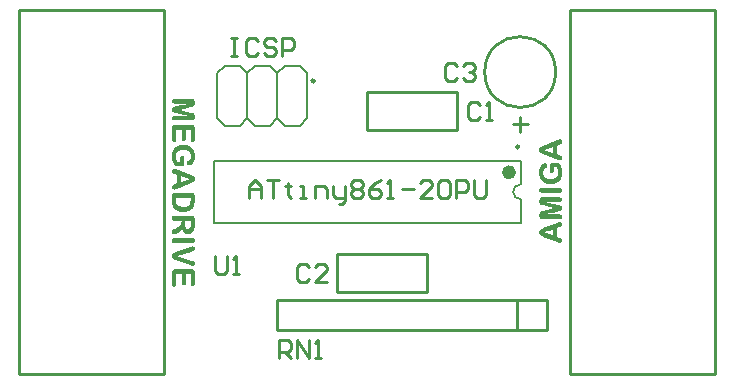
<source format=gto>
G04 Layer_Color=15132400*
%FSLAX24Y24*%
%MOIN*%
G70*
G01*
G75*
%ADD11C,0.0100*%
%ADD23C,0.0079*%
%ADD24C,0.0098*%
%ADD25C,0.0236*%
%ADD26C,0.0060*%
G36*
X18659Y18621D02*
X18667Y18620D01*
X18676Y18618D01*
X18685Y18617D01*
X18695Y18614D01*
X18704Y18611D01*
X18705Y18610D01*
X18708Y18608D01*
X18712Y18606D01*
X18716Y18602D01*
X18722Y18598D01*
X18728Y18592D01*
X18733Y18585D01*
X18737Y18577D01*
X18738Y18576D01*
X18739Y18574D01*
X18740Y18569D01*
X18743Y18562D01*
X18744Y18554D01*
X18746Y18544D01*
X18747Y18533D01*
X18748Y18521D01*
Y18132D01*
Y18132D01*
Y18131D01*
Y18128D01*
Y18126D01*
X18747Y18122D01*
X18746Y18119D01*
X18745Y18110D01*
X18743Y18101D01*
X18740Y18091D01*
X18735Y18081D01*
X18729Y18073D01*
X18728Y18072D01*
X18725Y18070D01*
X18721Y18066D01*
X18716Y18062D01*
X18709Y18059D01*
X18701Y18056D01*
X18692Y18053D01*
X18681Y18052D01*
X18678D01*
X18676Y18053D01*
X18670Y18053D01*
X18663Y18055D01*
X18655Y18057D01*
X18648Y18061D01*
X18639Y18066D01*
X18632Y18073D01*
X18632Y18074D01*
X18629Y18077D01*
X18627Y18081D01*
X18623Y18088D01*
X18619Y18096D01*
X18617Y18106D01*
X18614Y18118D01*
X18614Y18132D01*
Y18453D01*
X18456D01*
Y18158D01*
Y18158D01*
Y18157D01*
Y18154D01*
Y18152D01*
X18455Y18149D01*
X18455Y18146D01*
X18453Y18137D01*
X18451Y18128D01*
X18448Y18118D01*
X18443Y18109D01*
X18437Y18101D01*
X18437Y18100D01*
X18434Y18097D01*
X18430Y18095D01*
X18425Y18091D01*
X18418Y18087D01*
X18410Y18084D01*
X18401Y18082D01*
X18390Y18081D01*
X18387D01*
X18385Y18081D01*
X18380Y18082D01*
X18373Y18083D01*
X18366Y18086D01*
X18357Y18089D01*
X18350Y18094D01*
X18342Y18101D01*
X18342Y18102D01*
X18340Y18105D01*
X18337Y18109D01*
X18334Y18115D01*
X18330Y18123D01*
X18327Y18133D01*
X18325Y18145D01*
X18324Y18158D01*
Y18453D01*
X18138D01*
Y18121D01*
Y18120D01*
Y18119D01*
Y18117D01*
X18137Y18114D01*
Y18111D01*
X18137Y18107D01*
X18135Y18098D01*
X18133Y18089D01*
X18129Y18079D01*
X18125Y18070D01*
X18118Y18061D01*
X18117Y18060D01*
X18115Y18058D01*
X18110Y18055D01*
X18105Y18051D01*
X18098Y18047D01*
X18089Y18043D01*
X18079Y18041D01*
X18068Y18040D01*
X18065D01*
X18063Y18041D01*
X18058Y18041D01*
X18051Y18043D01*
X18043Y18045D01*
X18034Y18049D01*
X18027Y18054D01*
X18019Y18061D01*
X18018Y18062D01*
X18016Y18065D01*
X18013Y18070D01*
X18009Y18076D01*
X18006Y18085D01*
X18003Y18095D01*
X18001Y18107D01*
X18000Y18121D01*
Y18521D01*
Y18521D01*
Y18523D01*
Y18526D01*
X18001Y18529D01*
Y18534D01*
X18001Y18539D01*
X18003Y18550D01*
X18006Y18562D01*
X18010Y18575D01*
X18016Y18587D01*
X18019Y18592D01*
X18024Y18597D01*
X18024D01*
X18025Y18598D01*
X18027Y18600D01*
X18028Y18601D01*
X18031Y18603D01*
X18034Y18605D01*
X18038Y18607D01*
X18043Y18609D01*
X18048Y18611D01*
X18053Y18613D01*
X18059Y18616D01*
X18067Y18617D01*
X18074Y18619D01*
X18082Y18620D01*
X18091Y18621D01*
X18100Y18621D01*
X18653D01*
X18659Y18621D01*
D02*
G37*
G36*
X30930Y22949D02*
X30935Y22949D01*
X30942Y22947D01*
X30951Y22944D01*
X30960Y22939D01*
X30969Y22934D01*
X30974Y22930D01*
X30978Y22925D01*
X30979Y22924D01*
X30982Y22921D01*
X30986Y22916D01*
X30990Y22909D01*
X30994Y22901D01*
X30998Y22891D01*
X31001Y22879D01*
X31002Y22873D01*
X31002Y22867D01*
Y22866D01*
Y22864D01*
X31002Y22860D01*
X31001Y22856D01*
X31001Y22850D01*
X30999Y22844D01*
X30997Y22838D01*
X30995Y22833D01*
X30994Y22832D01*
X30994Y22831D01*
X30992Y22828D01*
X30990Y22824D01*
X30984Y22817D01*
X30976Y22808D01*
X30976Y22808D01*
X30974Y22807D01*
X30971Y22805D01*
X30967Y22802D01*
X30962Y22799D01*
X30956Y22796D01*
X30948Y22792D01*
X30939Y22788D01*
X30939D01*
X30938Y22788D01*
X30936Y22787D01*
X30931Y22785D01*
X30926Y22783D01*
X30915Y22778D01*
X30910Y22776D01*
X30906Y22773D01*
X30816Y22740D01*
Y22459D01*
X30903Y22427D01*
X30903D01*
X30905Y22425D01*
X30908Y22424D01*
X30912Y22423D01*
X30917Y22421D01*
X30922Y22419D01*
X30934Y22414D01*
X30947Y22408D01*
X30959Y22402D01*
X30972Y22395D01*
X30977Y22393D01*
X30981Y22389D01*
X30982Y22389D01*
X30984Y22386D01*
X30988Y22382D01*
X30992Y22377D01*
X30996Y22369D01*
X30999Y22359D01*
X31001Y22348D01*
X31002Y22335D01*
Y22334D01*
Y22333D01*
Y22332D01*
X31002Y22329D01*
X31001Y22323D01*
X30999Y22316D01*
X30997Y22307D01*
X30993Y22298D01*
X30987Y22288D01*
X30979Y22278D01*
X30979D01*
X30978Y22277D01*
X30976Y22274D01*
X30971Y22271D01*
X30964Y22267D01*
X30956Y22262D01*
X30947Y22258D01*
X30937Y22256D01*
X30931Y22255D01*
X30926Y22254D01*
X30923D01*
X30920Y22255D01*
X30915D01*
X30910Y22256D01*
X30905Y22257D01*
X30893Y22259D01*
X30892D01*
X30890Y22261D01*
X30886Y22262D01*
X30881Y22263D01*
X30875Y22266D01*
X30867Y22268D01*
X30857Y22272D01*
X30847Y22276D01*
X30375Y22462D01*
X30374Y22463D01*
X30372Y22464D01*
X30367Y22465D01*
X30361Y22468D01*
X30355Y22470D01*
X30346Y22473D01*
X30337Y22477D01*
X30326Y22481D01*
X30326D01*
X30325Y22481D01*
X30323Y22482D01*
X30321Y22483D01*
X30316Y22485D01*
X30309Y22489D01*
X30301Y22492D01*
X30293Y22496D01*
X30285Y22501D01*
X30277Y22506D01*
X30276Y22506D01*
X30273Y22509D01*
X30270Y22511D01*
X30265Y22516D01*
X30260Y22521D01*
X30254Y22527D01*
X30249Y22534D01*
X30244Y22543D01*
X30243Y22544D01*
X30241Y22547D01*
X30239Y22551D01*
X30237Y22559D01*
X30235Y22566D01*
X30232Y22576D01*
X30231Y22587D01*
X30230Y22599D01*
Y22600D01*
Y22601D01*
Y22602D01*
Y22605D01*
X30231Y22611D01*
X30232Y22619D01*
X30234Y22627D01*
X30236Y22637D01*
X30239Y22646D01*
X30244Y22655D01*
X30244Y22656D01*
X30246Y22659D01*
X30249Y22663D01*
X30252Y22668D01*
X30257Y22675D01*
X30263Y22681D01*
X30269Y22686D01*
X30276Y22692D01*
X30277Y22692D01*
X30280Y22694D01*
X30283Y22697D01*
X30288Y22700D01*
X30295Y22703D01*
X30301Y22707D01*
X30308Y22710D01*
X30316Y22713D01*
X30317Y22714D01*
X30319Y22715D01*
X30323Y22717D01*
X30330Y22719D01*
X30337Y22722D01*
X30346Y22726D01*
X30357Y22730D01*
X30369Y22735D01*
X30843Y22927D01*
X30843Y22927D01*
X30845Y22928D01*
X30848Y22929D01*
X30852Y22930D01*
X30857Y22932D01*
X30862Y22934D01*
X30874Y22938D01*
X30887Y22943D01*
X30901Y22946D01*
X30913Y22949D01*
X30920Y22950D01*
X30927D01*
X30930Y22949D01*
D02*
G37*
G36*
X18668Y19652D02*
X18673D01*
X18677Y19652D01*
X18688Y19650D01*
X18700Y19647D01*
X18712Y19644D01*
X18724Y19638D01*
X18734Y19630D01*
X18735Y19630D01*
X18735Y19629D01*
X18738Y19626D01*
X18743Y19621D01*
X18747Y19614D01*
X18751Y19605D01*
X18756Y19595D01*
X18759Y19583D01*
X18760Y19576D01*
Y19570D01*
Y19569D01*
Y19568D01*
Y19566D01*
X18759Y19564D01*
Y19560D01*
X18759Y19556D01*
X18756Y19548D01*
X18754Y19538D01*
X18749Y19528D01*
X18743Y19518D01*
X18739Y19513D01*
X18734Y19509D01*
X18734Y19508D01*
X18733Y19508D01*
X18731Y19506D01*
X18729Y19505D01*
X18727Y19503D01*
X18724Y19501D01*
X18720Y19499D01*
X18715Y19496D01*
X18710Y19494D01*
X18705Y19493D01*
X18699Y19490D01*
X18693Y19489D01*
X18678Y19486D01*
X18669Y19485D01*
X18083D01*
X18079Y19485D01*
X18075D01*
X18070Y19486D01*
X18060Y19488D01*
X18048Y19490D01*
X18036Y19495D01*
X18023Y19501D01*
X18018Y19504D01*
X18013Y19509D01*
X18012Y19510D01*
X18009Y19513D01*
X18005Y19518D01*
X18001Y19525D01*
X17996Y19534D01*
X17992Y19544D01*
X17989Y19556D01*
X17988Y19563D01*
X17988Y19570D01*
Y19570D01*
Y19571D01*
Y19573D01*
X17988Y19576D01*
Y19579D01*
X17989Y19582D01*
X17991Y19591D01*
X17994Y19600D01*
X17998Y19610D01*
X18005Y19620D01*
X18009Y19625D01*
X18013Y19630D01*
X18014D01*
X18014Y19631D01*
X18016Y19632D01*
X18018Y19634D01*
X18021Y19635D01*
X18024Y19637D01*
X18028Y19639D01*
X18032Y19641D01*
X18037Y19644D01*
X18043Y19646D01*
X18049Y19647D01*
X18055Y19649D01*
X18063Y19651D01*
X18070Y19652D01*
X18088Y19653D01*
X18665D01*
X18668Y19652D01*
D02*
G37*
G36*
X18688Y19383D02*
X18693Y19382D01*
X18700Y19380D01*
X18708Y19378D01*
X18717Y19373D01*
X18726Y19368D01*
X18735Y19360D01*
X18736Y19359D01*
X18736Y19359D01*
X18739Y19355D01*
X18743Y19351D01*
X18748Y19344D01*
X18752Y19336D01*
X18756Y19326D01*
X18759Y19314D01*
X18760Y19308D01*
Y19302D01*
Y19301D01*
Y19300D01*
Y19298D01*
X18759Y19294D01*
Y19291D01*
X18759Y19287D01*
X18756Y19278D01*
X18754Y19268D01*
X18749Y19258D01*
X18743Y19248D01*
X18738Y19244D01*
X18734Y19241D01*
X18733D01*
X18733Y19240D01*
X18731Y19239D01*
X18729Y19238D01*
X18726Y19236D01*
X18723Y19234D01*
X18719Y19232D01*
X18715Y19230D01*
X18710Y19227D01*
X18704Y19225D01*
X18692Y19220D01*
X18677Y19213D01*
X18660Y19208D01*
X18176Y19052D01*
X18659Y18897D01*
X18660D01*
X18661Y18896D01*
X18663Y18895D01*
X18665Y18894D01*
X18673Y18892D01*
X18681Y18889D01*
X18690Y18886D01*
X18699Y18883D01*
X18707Y18880D01*
X18714Y18877D01*
X18715Y18877D01*
X18717Y18875D01*
X18720Y18874D01*
X18724Y18872D01*
X18729Y18868D01*
X18734Y18864D01*
X18740Y18859D01*
X18745Y18853D01*
X18746Y18852D01*
X18748Y18849D01*
X18750Y18845D01*
X18753Y18840D01*
X18755Y18833D01*
X18758Y18825D01*
X18759Y18816D01*
X18760Y18806D01*
Y18804D01*
Y18802D01*
X18759Y18798D01*
X18759Y18792D01*
X18757Y18786D01*
X18755Y18779D01*
X18753Y18772D01*
X18749Y18765D01*
X18748Y18764D01*
X18746Y18762D01*
X18744Y18758D01*
X18741Y18754D01*
X18737Y18749D01*
X18732Y18744D01*
X18726Y18740D01*
X18720Y18736D01*
X18719Y18735D01*
X18717Y18734D01*
X18713Y18732D01*
X18709Y18730D01*
X18703Y18728D01*
X18697Y18727D01*
X18690Y18726D01*
X18684Y18725D01*
X18679D01*
X18676Y18726D01*
X18672D01*
X18668Y18726D01*
X18658Y18728D01*
X18657D01*
X18655Y18729D01*
X18653Y18729D01*
X18649Y18731D01*
X18644Y18732D01*
X18640Y18733D01*
X18629Y18737D01*
X18628D01*
X18626Y18738D01*
X18623Y18739D01*
X18620Y18741D01*
X18615Y18742D01*
X18611Y18744D01*
X18602Y18747D01*
X18127Y18923D01*
X18126Y18924D01*
X18123Y18924D01*
X18119Y18926D01*
X18113Y18928D01*
X18106Y18930D01*
X18098Y18934D01*
X18089Y18936D01*
X18079Y18940D01*
X18078Y18941D01*
X18075Y18942D01*
X18070Y18944D01*
X18064Y18947D01*
X18057Y18950D01*
X18049Y18954D01*
X18034Y18964D01*
X18033Y18964D01*
X18031Y18966D01*
X18027Y18969D01*
X18022Y18973D01*
X18017Y18978D01*
X18012Y18985D01*
X18006Y18991D01*
X18001Y19000D01*
X18000Y19001D01*
X17998Y19004D01*
X17997Y19009D01*
X17994Y19015D01*
X17992Y19023D01*
X17990Y19032D01*
X17988Y19044D01*
X17988Y19055D01*
Y19056D01*
Y19057D01*
Y19059D01*
Y19061D01*
X17988Y19067D01*
X17989Y19075D01*
X17991Y19083D01*
X17993Y19092D01*
X17996Y19102D01*
X18001Y19111D01*
X18001Y19112D01*
X18003Y19115D01*
X18006Y19119D01*
X18009Y19124D01*
X18014Y19130D01*
X18020Y19136D01*
X18027Y19142D01*
X18034Y19147D01*
X18035Y19148D01*
X18038Y19150D01*
X18042Y19152D01*
X18047Y19155D01*
X18054Y19159D01*
X18062Y19163D01*
X18070Y19167D01*
X18079Y19171D01*
X18079D01*
X18080Y19171D01*
X18083Y19172D01*
X18088Y19174D01*
X18094Y19176D01*
X18102Y19179D01*
X18109Y19182D01*
X18127Y19188D01*
X18597Y19361D01*
X18598Y19361D01*
X18601Y19362D01*
X18604Y19363D01*
X18608Y19364D01*
X18613Y19367D01*
X18619Y19368D01*
X18624Y19370D01*
X18629Y19372D01*
X18629D01*
X18631Y19373D01*
X18633Y19374D01*
X18637Y19375D01*
X18641Y19376D01*
X18645Y19377D01*
X18656Y19380D01*
X18657D01*
X18659Y19380D01*
X18662Y19381D01*
X18665Y19382D01*
X18674Y19383D01*
X18683Y19383D01*
X18685D01*
X18688Y19383D01*
D02*
G37*
G36*
X30916Y21013D02*
X30920D01*
X30924Y21012D01*
X30935Y21011D01*
X30946Y21008D01*
X30957Y21005D01*
X30968Y20999D01*
X30978Y20992D01*
X30979Y20991D01*
X30982Y20988D01*
X30986Y20983D01*
X30990Y20976D01*
X30994Y20969D01*
X30998Y20959D01*
X31001Y20947D01*
X31002Y20941D01*
X31002Y20934D01*
Y20934D01*
Y20932D01*
Y20931D01*
X31002Y20929D01*
X31001Y20922D01*
X30999Y20915D01*
X30996Y20906D01*
X30992Y20896D01*
X30986Y20887D01*
X30983Y20883D01*
X30978Y20879D01*
X30978D01*
X30977Y20878D01*
X30974Y20875D01*
X30968Y20872D01*
X30961Y20868D01*
X30951Y20864D01*
X30939Y20860D01*
X30924Y20858D01*
X30908Y20857D01*
X30417D01*
X30873Y20761D01*
X30873D01*
X30875Y20760D01*
X30877Y20760D01*
X30880Y20759D01*
X30884Y20758D01*
X30888Y20757D01*
X30898Y20754D01*
X30909Y20752D01*
X30920Y20748D01*
X30931Y20745D01*
X30941Y20742D01*
X30942Y20741D01*
X30944Y20740D01*
X30949Y20738D01*
X30954Y20735D01*
X30961Y20731D01*
X30968Y20725D01*
X30976Y20719D01*
X30983Y20712D01*
X30983Y20710D01*
X30986Y20708D01*
X30989Y20703D01*
X30992Y20696D01*
X30996Y20688D01*
X30999Y20677D01*
X31001Y20666D01*
X31002Y20652D01*
Y20652D01*
Y20651D01*
Y20649D01*
Y20647D01*
X31002Y20642D01*
X31001Y20635D01*
X30999Y20627D01*
X30997Y20619D01*
X30994Y20611D01*
X30990Y20602D01*
X30989Y20601D01*
X30988Y20599D01*
X30985Y20596D01*
X30981Y20591D01*
X30977Y20586D01*
X30971Y20581D01*
X30965Y20576D01*
X30958Y20571D01*
X30957Y20571D01*
X30955Y20569D01*
X30951Y20567D01*
X30946Y20565D01*
X30940Y20562D01*
X30933Y20559D01*
X30925Y20557D01*
X30917Y20554D01*
X30916D01*
X30913Y20553D01*
X30908Y20552D01*
X30902Y20551D01*
X30893Y20549D01*
X30884Y20547D01*
X30872Y20545D01*
X30860Y20543D01*
X30417Y20447D01*
X30913D01*
X30916Y20447D01*
X30920D01*
X30924Y20446D01*
X30935Y20445D01*
X30946Y20442D01*
X30957Y20438D01*
X30968Y20433D01*
X30978Y20426D01*
X30979Y20425D01*
X30982Y20422D01*
X30986Y20417D01*
X30990Y20411D01*
X30994Y20402D01*
X30998Y20392D01*
X31001Y20381D01*
X31002Y20375D01*
X31002Y20369D01*
Y20368D01*
Y20367D01*
Y20365D01*
X31002Y20363D01*
X31001Y20356D01*
X30999Y20349D01*
X30997Y20340D01*
X30992Y20330D01*
X30987Y20321D01*
X30979Y20313D01*
X30978D01*
X30978Y20311D01*
X30976Y20310D01*
X30974Y20309D01*
X30969Y20306D01*
X30961Y20302D01*
X30951Y20298D01*
X30939Y20294D01*
X30925Y20292D01*
X30908Y20291D01*
X30328D01*
X30325Y20291D01*
X30321Y20292D01*
X30316Y20293D01*
X30305Y20294D01*
X30293Y20298D01*
X30281Y20303D01*
X30275Y20306D01*
X30270Y20310D01*
X30266Y20314D01*
X30262Y20319D01*
Y20320D01*
X30261Y20320D01*
X30260Y20322D01*
X30259Y20324D01*
X30257Y20327D01*
X30256Y20330D01*
X30254Y20335D01*
X30252Y20339D01*
X30249Y20350D01*
X30245Y20362D01*
X30243Y20377D01*
X30242Y20393D01*
Y20438D01*
Y20439D01*
Y20440D01*
Y20442D01*
Y20446D01*
Y20449D01*
X30243Y20453D01*
X30244Y20463D01*
X30245Y20473D01*
X30246Y20484D01*
X30249Y20495D01*
X30251Y20503D01*
X30252Y20505D01*
X30253Y20507D01*
X30255Y20511D01*
X30259Y20516D01*
X30262Y20521D01*
X30268Y20526D01*
X30274Y20531D01*
X30282Y20535D01*
X30283Y20535D01*
X30286Y20536D01*
X30291Y20538D01*
X30298Y20541D01*
X30307Y20544D01*
X30318Y20548D01*
X30332Y20552D01*
X30347Y20556D01*
X30737Y20652D01*
X30347Y20748D01*
X30347D01*
X30345Y20748D01*
X30343Y20749D01*
X30340Y20750D01*
X30336Y20750D01*
X30332Y20752D01*
X30322Y20755D01*
X30312Y20758D01*
X30301Y20762D01*
X30291Y20765D01*
X30282Y20769D01*
X30281Y20769D01*
X30278Y20770D01*
X30275Y20773D01*
X30270Y20776D01*
X30265Y20781D01*
X30260Y20786D01*
X30255Y20793D01*
X30251Y20800D01*
X30251Y20801D01*
X30250Y20804D01*
X30249Y20809D01*
X30247Y20816D01*
X30245Y20826D01*
X30244Y20837D01*
X30243Y20850D01*
X30242Y20865D01*
Y20911D01*
Y20911D01*
Y20913D01*
Y20915D01*
X30243Y20919D01*
Y20922D01*
X30244Y20927D01*
X30245Y20937D01*
X30247Y20949D01*
X30251Y20961D01*
X30255Y20974D01*
X30262Y20985D01*
Y20985D01*
X30263Y20986D01*
X30266Y20989D01*
X30268Y20991D01*
X30271Y20993D01*
X30274Y20996D01*
X30278Y20999D01*
X30282Y21002D01*
X30287Y21005D01*
X30293Y21007D01*
X30300Y21009D01*
X30307Y21011D01*
X30315Y21012D01*
X30324Y21013D01*
X30333Y21013D01*
X30913D01*
X30916Y21013D01*
D02*
G37*
G36*
X30930Y20195D02*
X30935Y20194D01*
X30942Y20193D01*
X30951Y20189D01*
X30960Y20185D01*
X30969Y20179D01*
X30974Y20175D01*
X30978Y20171D01*
X30979Y20170D01*
X30982Y20167D01*
X30986Y20162D01*
X30990Y20155D01*
X30994Y20147D01*
X30998Y20137D01*
X31001Y20125D01*
X31002Y20119D01*
X31002Y20113D01*
Y20112D01*
Y20109D01*
X31002Y20106D01*
X31001Y20101D01*
X31001Y20096D01*
X30999Y20090D01*
X30997Y20084D01*
X30995Y20078D01*
X30994Y20078D01*
X30994Y20076D01*
X30992Y20073D01*
X30990Y20070D01*
X30984Y20062D01*
X30976Y20054D01*
X30976Y20053D01*
X30974Y20052D01*
X30971Y20051D01*
X30967Y20048D01*
X30962Y20045D01*
X30956Y20042D01*
X30948Y20038D01*
X30939Y20034D01*
X30939D01*
X30938Y20033D01*
X30936Y20032D01*
X30931Y20031D01*
X30926Y20028D01*
X30915Y20023D01*
X30910Y20021D01*
X30906Y20019D01*
X30816Y19986D01*
Y19704D01*
X30903Y19672D01*
X30903D01*
X30905Y19671D01*
X30908Y19670D01*
X30912Y19669D01*
X30917Y19666D01*
X30922Y19664D01*
X30934Y19659D01*
X30947Y19654D01*
X30959Y19648D01*
X30972Y19641D01*
X30977Y19638D01*
X30981Y19635D01*
X30982Y19634D01*
X30984Y19632D01*
X30988Y19628D01*
X30992Y19622D01*
X30996Y19614D01*
X30999Y19605D01*
X31001Y19594D01*
X31002Y19580D01*
Y19580D01*
Y19579D01*
Y19577D01*
X31002Y19575D01*
X31001Y19569D01*
X30999Y19562D01*
X30997Y19553D01*
X30993Y19543D01*
X30987Y19533D01*
X30979Y19524D01*
X30979D01*
X30978Y19523D01*
X30976Y19520D01*
X30971Y19516D01*
X30964Y19512D01*
X30956Y19508D01*
X30947Y19504D01*
X30937Y19501D01*
X30931Y19501D01*
X30926Y19500D01*
X30923D01*
X30920Y19501D01*
X30915D01*
X30910Y19501D01*
X30905Y19502D01*
X30893Y19505D01*
X30892D01*
X30890Y19506D01*
X30886Y19507D01*
X30881Y19509D01*
X30875Y19511D01*
X30867Y19514D01*
X30857Y19518D01*
X30847Y19522D01*
X30375Y19708D01*
X30374Y19708D01*
X30372Y19709D01*
X30367Y19711D01*
X30361Y19713D01*
X30355Y19715D01*
X30346Y19719D01*
X30337Y19723D01*
X30326Y19726D01*
X30326D01*
X30325Y19727D01*
X30323Y19728D01*
X30321Y19729D01*
X30316Y19731D01*
X30309Y19734D01*
X30301Y19738D01*
X30293Y19742D01*
X30285Y19746D01*
X30277Y19751D01*
X30276Y19752D01*
X30273Y19754D01*
X30270Y19757D01*
X30265Y19761D01*
X30260Y19766D01*
X30254Y19772D01*
X30249Y19780D01*
X30244Y19788D01*
X30243Y19789D01*
X30241Y19792D01*
X30239Y19797D01*
X30237Y19804D01*
X30235Y19812D01*
X30232Y19822D01*
X30231Y19832D01*
X30230Y19845D01*
Y19845D01*
Y19846D01*
Y19848D01*
Y19850D01*
X30231Y19856D01*
X30232Y19864D01*
X30234Y19873D01*
X30236Y19882D01*
X30239Y19892D01*
X30244Y19901D01*
X30244Y19902D01*
X30246Y19905D01*
X30249Y19909D01*
X30252Y19914D01*
X30257Y19920D01*
X30263Y19926D01*
X30269Y19932D01*
X30276Y19937D01*
X30277Y19938D01*
X30280Y19940D01*
X30283Y19942D01*
X30288Y19945D01*
X30295Y19949D01*
X30301Y19952D01*
X30308Y19956D01*
X30316Y19959D01*
X30317Y19960D01*
X30319Y19961D01*
X30323Y19962D01*
X30330Y19965D01*
X30337Y19968D01*
X30346Y19971D01*
X30357Y19976D01*
X30369Y19980D01*
X30843Y20172D01*
X30843Y20173D01*
X30845Y20173D01*
X30848Y20174D01*
X30852Y20176D01*
X30857Y20178D01*
X30862Y20179D01*
X30874Y20184D01*
X30887Y20188D01*
X30901Y20192D01*
X30913Y20194D01*
X30920Y20195D01*
X30927D01*
X30930Y20195D01*
D02*
G37*
G36*
X30833Y22170D02*
X30840D01*
X30848Y22169D01*
X30856Y22168D01*
X30864Y22166D01*
X30872Y22164D01*
X30872D01*
X30875Y22163D01*
X30878Y22161D01*
X30883Y22159D01*
X30888Y22156D01*
X30894Y22152D01*
X30900Y22147D01*
X30905Y22142D01*
X30906Y22141D01*
X30907Y22139D01*
X30910Y22136D01*
X30914Y22131D01*
X30918Y22125D01*
X30923Y22118D01*
X30928Y22110D01*
X30933Y22102D01*
X30933Y22101D01*
X30935Y22099D01*
X30936Y22095D01*
X30939Y22091D01*
X30942Y22085D01*
X30945Y22077D01*
X30949Y22070D01*
X30953Y22061D01*
X30957Y22051D01*
X30962Y22041D01*
X30970Y22019D01*
X30978Y21996D01*
X30986Y21973D01*
Y21972D01*
X30986Y21970D01*
X30987Y21966D01*
X30988Y21961D01*
X30989Y21956D01*
X30991Y21949D01*
X30992Y21941D01*
X30994Y21933D01*
X30996Y21923D01*
X30997Y21912D01*
X30998Y21901D01*
X30999Y21889D01*
X31001Y21877D01*
X31002Y21864D01*
X31002Y21837D01*
Y21836D01*
Y21833D01*
Y21829D01*
X31002Y21823D01*
Y21815D01*
X31001Y21806D01*
X31000Y21796D01*
X30999Y21785D01*
X30998Y21773D01*
X30996Y21761D01*
X30991Y21734D01*
X30984Y21707D01*
X30981Y21693D01*
X30976Y21680D01*
X30976Y21679D01*
X30975Y21677D01*
X30973Y21673D01*
X30971Y21668D01*
X30968Y21662D01*
X30965Y21655D01*
X30961Y21647D01*
X30957Y21638D01*
X30951Y21629D01*
X30946Y21620D01*
X30939Y21609D01*
X30932Y21599D01*
X30925Y21589D01*
X30917Y21578D01*
X30908Y21568D01*
X30899Y21559D01*
X30898Y21558D01*
X30897Y21557D01*
X30894Y21554D01*
X30890Y21551D01*
X30885Y21547D01*
X30879Y21542D01*
X30872Y21536D01*
X30865Y21531D01*
X30856Y21525D01*
X30847Y21519D01*
X30837Y21512D01*
X30826Y21506D01*
X30815Y21500D01*
X30802Y21494D01*
X30790Y21487D01*
X30777Y21482D01*
X30776Y21482D01*
X30774Y21481D01*
X30770Y21480D01*
X30764Y21479D01*
X30757Y21476D01*
X30749Y21474D01*
X30740Y21472D01*
X30730Y21469D01*
X30718Y21467D01*
X30706Y21464D01*
X30693Y21462D01*
X30679Y21460D01*
X30664Y21458D01*
X30648Y21457D01*
X30633Y21456D01*
X30616Y21456D01*
X30608D01*
X30601Y21456D01*
X30594D01*
X30585Y21457D01*
X30575Y21458D01*
X30564Y21459D01*
X30552Y21460D01*
X30539Y21462D01*
X30513Y21466D01*
X30485Y21473D01*
X30471Y21477D01*
X30458Y21481D01*
X30457Y21482D01*
X30454Y21482D01*
X30451Y21484D01*
X30446Y21486D01*
X30439Y21489D01*
X30432Y21492D01*
X30424Y21496D01*
X30416Y21501D01*
X30406Y21506D01*
X30396Y21511D01*
X30386Y21518D01*
X30376Y21525D01*
X30365Y21532D01*
X30355Y21540D01*
X30345Y21549D01*
X30335Y21558D01*
X30335Y21558D01*
X30333Y21560D01*
X30330Y21563D01*
X30327Y21567D01*
X30322Y21572D01*
X30317Y21578D01*
X30312Y21585D01*
X30306Y21592D01*
X30300Y21601D01*
X30293Y21611D01*
X30287Y21621D01*
X30281Y21632D01*
X30275Y21643D01*
X30268Y21655D01*
X30262Y21668D01*
X30257Y21681D01*
X30257Y21682D01*
X30256Y21684D01*
X30255Y21688D01*
X30253Y21694D01*
X30251Y21701D01*
X30249Y21709D01*
X30246Y21718D01*
X30244Y21729D01*
X30241Y21741D01*
X30239Y21753D01*
X30236Y21766D01*
X30235Y21780D01*
X30232Y21796D01*
X30231Y21812D01*
X30231Y21828D01*
X30230Y21845D01*
Y21846D01*
Y21848D01*
Y21852D01*
X30231Y21858D01*
Y21864D01*
X30231Y21872D01*
X30232Y21880D01*
X30233Y21890D01*
X30234Y21900D01*
X30235Y21910D01*
X30239Y21933D01*
X30244Y21956D01*
X30251Y21978D01*
Y21979D01*
X30252Y21981D01*
X30253Y21984D01*
X30254Y21988D01*
X30256Y21993D01*
X30259Y21999D01*
X30261Y22005D01*
X30265Y22012D01*
X30272Y22027D01*
X30281Y22043D01*
X30291Y22059D01*
X30302Y22074D01*
X30302Y22074D01*
X30303Y22075D01*
X30305Y22077D01*
X30307Y22080D01*
X30310Y22082D01*
X30313Y22086D01*
X30322Y22094D01*
X30332Y22103D01*
X30343Y22112D01*
X30355Y22121D01*
X30368Y22129D01*
X30369D01*
X30370Y22130D01*
X30372Y22131D01*
X30375Y22132D01*
X30377Y22133D01*
X30381Y22135D01*
X30389Y22138D01*
X30399Y22142D01*
X30409Y22145D01*
X30421Y22147D01*
X30431Y22148D01*
X30434D01*
X30437Y22147D01*
X30443Y22147D01*
X30451Y22145D01*
X30459Y22142D01*
X30468Y22138D01*
X30478Y22132D01*
X30482Y22128D01*
X30487Y22124D01*
X30488Y22123D01*
X30490Y22120D01*
X30494Y22115D01*
X30498Y22108D01*
X30502Y22100D01*
X30505Y22090D01*
X30508Y22080D01*
X30509Y22067D01*
Y22067D01*
Y22064D01*
X30508Y22061D01*
X30508Y22056D01*
X30507Y22051D01*
X30505Y22045D01*
X30503Y22039D01*
X30500Y22032D01*
X30500Y22031D01*
X30499Y22029D01*
X30497Y22026D01*
X30494Y22022D01*
X30491Y22018D01*
X30487Y22014D01*
X30482Y22009D01*
X30477Y22005D01*
X30477Y22004D01*
X30476Y22004D01*
X30473Y22002D01*
X30470Y22000D01*
X30467Y21997D01*
X30462Y21995D01*
X30453Y21989D01*
X30443Y21981D01*
X30432Y21974D01*
X30422Y21966D01*
X30413Y21959D01*
X30412Y21959D01*
X30410Y21956D01*
X30406Y21952D01*
X30401Y21946D01*
X30396Y21940D01*
X30389Y21931D01*
X30384Y21922D01*
X30378Y21911D01*
Y21910D01*
X30378Y21910D01*
X30377Y21908D01*
X30376Y21905D01*
X30375Y21903D01*
X30374Y21899D01*
X30372Y21895D01*
X30371Y21890D01*
X30368Y21879D01*
X30366Y21866D01*
X30365Y21851D01*
X30364Y21834D01*
Y21834D01*
Y21832D01*
Y21829D01*
Y21826D01*
X30365Y21822D01*
X30365Y21817D01*
X30366Y21811D01*
X30366Y21805D01*
X30368Y21792D01*
X30371Y21777D01*
X30376Y21762D01*
X30381Y21747D01*
Y21747D01*
X30382Y21746D01*
X30383Y21743D01*
X30384Y21741D01*
X30386Y21738D01*
X30388Y21734D01*
X30393Y21724D01*
X30400Y21714D01*
X30408Y21703D01*
X30418Y21692D01*
X30429Y21682D01*
X30430Y21681D01*
X30431Y21681D01*
X30433Y21679D01*
X30435Y21677D01*
X30438Y21675D01*
X30442Y21672D01*
X30446Y21669D01*
X30451Y21667D01*
X30463Y21660D01*
X30476Y21653D01*
X30491Y21647D01*
X30508Y21641D01*
X30509D01*
X30510Y21640D01*
X30513Y21640D01*
X30517Y21638D01*
X30521Y21637D01*
X30526Y21636D01*
X30532Y21635D01*
X30539Y21633D01*
X30546Y21632D01*
X30554Y21631D01*
X30563Y21630D01*
X30572Y21628D01*
X30591Y21627D01*
X30612Y21626D01*
X30620D01*
X30624Y21627D01*
X30633Y21627D01*
X30643Y21628D01*
X30655Y21629D01*
X30668Y21631D01*
X30683Y21633D01*
X30698Y21636D01*
X30713Y21640D01*
X30729Y21645D01*
X30745Y21650D01*
X30760Y21656D01*
X30775Y21663D01*
X30789Y21672D01*
X30802Y21682D01*
X30802Y21682D01*
X30805Y21684D01*
X30808Y21688D01*
X30812Y21692D01*
X30817Y21698D01*
X30822Y21705D01*
X30828Y21713D01*
X30835Y21722D01*
X30841Y21733D01*
X30847Y21744D01*
X30852Y21757D01*
X30857Y21772D01*
X30861Y21787D01*
X30865Y21803D01*
X30867Y21820D01*
X30867Y21838D01*
Y21839D01*
Y21840D01*
Y21843D01*
Y21847D01*
X30867Y21851D01*
Y21856D01*
X30866Y21862D01*
X30866Y21868D01*
X30864Y21883D01*
X30862Y21898D01*
X30859Y21914D01*
X30855Y21931D01*
Y21931D01*
X30854Y21933D01*
X30853Y21935D01*
X30852Y21939D01*
X30851Y21943D01*
X30850Y21947D01*
X30847Y21952D01*
X30846Y21958D01*
X30841Y21971D01*
X30835Y21985D01*
X30828Y22000D01*
X30820Y22015D01*
X30719D01*
Y21911D01*
Y21910D01*
Y21909D01*
Y21906D01*
Y21904D01*
X30718Y21900D01*
Y21895D01*
X30717Y21885D01*
X30715Y21874D01*
X30712Y21863D01*
X30709Y21852D01*
X30704Y21842D01*
X30704Y21840D01*
X30701Y21838D01*
X30698Y21834D01*
X30693Y21829D01*
X30685Y21825D01*
X30677Y21821D01*
X30666Y21818D01*
X30660Y21818D01*
X30654Y21817D01*
X30653D01*
X30649Y21818D01*
X30644Y21818D01*
X30637Y21820D01*
X30630Y21822D01*
X30622Y21826D01*
X30614Y21831D01*
X30606Y21838D01*
X30606Y21839D01*
X30604Y21842D01*
X30600Y21846D01*
X30597Y21853D01*
X30594Y21860D01*
X30590Y21870D01*
X30588Y21881D01*
X30588Y21893D01*
Y22060D01*
Y22061D01*
Y22062D01*
Y22064D01*
Y22066D01*
X30588Y22072D01*
Y22079D01*
X30589Y22088D01*
X30590Y22097D01*
X30592Y22107D01*
X30594Y22116D01*
Y22117D01*
X30595Y22117D01*
X30595Y22120D01*
X30598Y22125D01*
X30600Y22130D01*
X30604Y22136D01*
X30609Y22143D01*
X30615Y22149D01*
X30622Y22155D01*
X30623Y22156D01*
X30626Y22157D01*
X30631Y22160D01*
X30638Y22163D01*
X30646Y22166D01*
X30658Y22168D01*
X30670Y22170D01*
X30684Y22171D01*
X30828D01*
X30833Y22170D01*
D02*
G37*
G36*
X30911Y21335D02*
X30915D01*
X30920Y21334D01*
X30930Y21333D01*
X30942Y21330D01*
X30954Y21325D01*
X30967Y21319D01*
X30972Y21316D01*
X30977Y21312D01*
X30978Y21310D01*
X30981Y21307D01*
X30985Y21302D01*
X30989Y21295D01*
X30994Y21287D01*
X30998Y21276D01*
X31001Y21264D01*
X31002Y21257D01*
X31002Y21250D01*
Y21250D01*
Y21249D01*
Y21247D01*
X31002Y21244D01*
Y21241D01*
X31001Y21238D01*
X30999Y21229D01*
X30996Y21220D01*
X30992Y21210D01*
X30985Y21200D01*
X30981Y21195D01*
X30977Y21191D01*
X30976D01*
X30976Y21189D01*
X30974Y21188D01*
X30972Y21187D01*
X30969Y21185D01*
X30966Y21183D01*
X30962Y21181D01*
X30958Y21179D01*
X30953Y21177D01*
X30947Y21174D01*
X30941Y21173D01*
X30935Y21171D01*
X30927Y21169D01*
X30920Y21168D01*
X30902Y21167D01*
X30325D01*
X30322Y21168D01*
X30317D01*
X30313Y21168D01*
X30302Y21170D01*
X30290Y21173D01*
X30278Y21177D01*
X30266Y21182D01*
X30256Y21190D01*
X30255Y21191D01*
X30255Y21191D01*
X30252Y21194D01*
X30247Y21199D01*
X30243Y21206D01*
X30239Y21215D01*
X30234Y21225D01*
X30231Y21237D01*
X30230Y21244D01*
Y21250D01*
Y21251D01*
Y21252D01*
Y21254D01*
X30231Y21257D01*
Y21260D01*
X30231Y21264D01*
X30234Y21272D01*
X30236Y21282D01*
X30241Y21292D01*
X30247Y21302D01*
X30251Y21307D01*
X30256Y21312D01*
X30256Y21312D01*
X30257Y21313D01*
X30259Y21314D01*
X30261Y21315D01*
X30263Y21317D01*
X30266Y21319D01*
X30270Y21322D01*
X30275Y21324D01*
X30280Y21326D01*
X30285Y21328D01*
X30291Y21330D01*
X30297Y21331D01*
X30312Y21334D01*
X30321Y21335D01*
X30907D01*
X30911Y21335D01*
D02*
G37*
G36*
X18655Y20405D02*
X18660D01*
X18665Y20404D01*
X18676Y20403D01*
X18688Y20399D01*
X18701Y20396D01*
X18713Y20389D01*
X18718Y20386D01*
X18723Y20382D01*
X18724Y20381D01*
X18724Y20381D01*
X18725Y20379D01*
X18727Y20377D01*
X18729Y20374D01*
X18731Y20371D01*
X18733Y20367D01*
X18735Y20363D01*
X18738Y20358D01*
X18740Y20352D01*
X18742Y20346D01*
X18744Y20339D01*
X18745Y20332D01*
X18746Y20323D01*
X18748Y20315D01*
Y20305D01*
Y20065D01*
Y20065D01*
Y20063D01*
Y20060D01*
Y20057D01*
Y20053D01*
Y20048D01*
X18747Y20042D01*
Y20036D01*
X18746Y20023D01*
X18746Y20008D01*
X18745Y19994D01*
X18743Y19979D01*
Y19979D01*
Y19978D01*
X18743Y19975D01*
X18742Y19973D01*
X18741Y19970D01*
X18741Y19966D01*
X18739Y19957D01*
X18737Y19947D01*
X18734Y19935D01*
X18730Y19924D01*
X18725Y19913D01*
Y19913D01*
X18725Y19912D01*
X18724Y19910D01*
X18723Y19907D01*
X18721Y19904D01*
X18719Y19901D01*
X18714Y19892D01*
X18708Y19882D01*
X18700Y19871D01*
X18692Y19860D01*
X18682Y19849D01*
X18681Y19849D01*
X18680Y19848D01*
X18679Y19847D01*
X18677Y19845D01*
X18670Y19839D01*
X18663Y19833D01*
X18653Y19827D01*
X18642Y19819D01*
X18629Y19813D01*
X18615Y19807D01*
X18615D01*
X18614Y19806D01*
X18612Y19806D01*
X18609Y19804D01*
X18606Y19803D01*
X18602Y19802D01*
X18597Y19801D01*
X18592Y19799D01*
X18580Y19797D01*
X18567Y19794D01*
X18552Y19793D01*
X18537Y19792D01*
X18533D01*
X18529Y19793D01*
X18523D01*
X18516Y19794D01*
X18507Y19795D01*
X18498Y19796D01*
X18488Y19798D01*
X18477Y19801D01*
X18466Y19804D01*
X18455Y19808D01*
X18443Y19813D01*
X18432Y19818D01*
X18421Y19825D01*
X18410Y19832D01*
X18400Y19841D01*
X18400Y19842D01*
X18398Y19843D01*
X18395Y19846D01*
X18392Y19850D01*
X18388Y19855D01*
X18383Y19861D01*
X18378Y19868D01*
X18373Y19876D01*
X18367Y19886D01*
X18362Y19896D01*
X18356Y19907D01*
X18351Y19919D01*
X18346Y19932D01*
X18341Y19947D01*
X18337Y19962D01*
X18334Y19978D01*
Y19977D01*
X18334Y19976D01*
X18333Y19974D01*
X18332Y19972D01*
X18331Y19968D01*
X18329Y19964D01*
X18325Y19955D01*
X18321Y19950D01*
X18318Y19944D01*
X18314Y19939D01*
X18309Y19933D01*
X18304Y19926D01*
X18297Y19919D01*
X18291Y19913D01*
X18284Y19906D01*
X18283Y19906D01*
X18282Y19904D01*
X18280Y19903D01*
X18276Y19900D01*
X18273Y19897D01*
X18268Y19893D01*
X18263Y19889D01*
X18258Y19884D01*
X18244Y19874D01*
X18229Y19863D01*
X18213Y19852D01*
X18196Y19841D01*
X18195Y19841D01*
X18194Y19840D01*
X18191Y19838D01*
X18188Y19836D01*
X18184Y19834D01*
X18179Y19831D01*
X18174Y19828D01*
X18168Y19824D01*
X18155Y19817D01*
X18140Y19810D01*
X18125Y19803D01*
X18110Y19796D01*
X18110D01*
X18109Y19796D01*
X18107Y19794D01*
X18104Y19793D01*
X18098Y19791D01*
X18089Y19788D01*
X18080Y19785D01*
X18072Y19782D01*
X18064Y19780D01*
X18057Y19780D01*
X18054D01*
X18051Y19780D01*
X18046Y19781D01*
X18041Y19782D01*
X18035Y19784D01*
X18029Y19787D01*
X18023Y19791D01*
X18022Y19791D01*
X18020Y19792D01*
X18017Y19795D01*
X18013Y19798D01*
X18009Y19802D01*
X18005Y19807D01*
X18001Y19813D01*
X17997Y19819D01*
X17997Y19820D01*
X17996Y19823D01*
X17994Y19827D01*
X17993Y19832D01*
X17991Y19838D01*
X17989Y19845D01*
X17988Y19853D01*
X17988Y19861D01*
Y19862D01*
Y19862D01*
Y19866D01*
X17988Y19871D01*
X17989Y19878D01*
X17991Y19885D01*
X17993Y19893D01*
X17996Y19901D01*
X18001Y19908D01*
X18001Y19909D01*
X18003Y19912D01*
X18006Y19915D01*
X18009Y19919D01*
X18014Y19924D01*
X18019Y19929D01*
X18025Y19935D01*
X18032Y19940D01*
X18033Y19940D01*
X18035Y19942D01*
X18039Y19945D01*
X18046Y19949D01*
X18053Y19954D01*
X18062Y19959D01*
X18073Y19966D01*
X18086Y19974D01*
X18196Y20034D01*
X18197Y20035D01*
X18198Y20035D01*
X18200Y20037D01*
X18204Y20039D01*
X18207Y20042D01*
X18211Y20045D01*
X18221Y20053D01*
X18231Y20061D01*
X18243Y20070D01*
X18254Y20079D01*
X18265Y20089D01*
X18265D01*
X18266Y20090D01*
X18269Y20093D01*
X18274Y20098D01*
X18279Y20103D01*
X18285Y20110D01*
X18291Y20119D01*
X18296Y20127D01*
X18301Y20136D01*
X18301Y20137D01*
X18302Y20140D01*
X18304Y20145D01*
X18306Y20152D01*
X18307Y20161D01*
X18309Y20171D01*
X18310Y20183D01*
X18311Y20196D01*
Y20237D01*
X18083D01*
X18079Y20238D01*
X18075D01*
X18070Y20239D01*
X18059Y20240D01*
X18048Y20243D01*
X18035Y20247D01*
X18023Y20253D01*
X18018Y20257D01*
X18013Y20261D01*
X18012Y20262D01*
X18009Y20266D01*
X18005Y20271D01*
X18001Y20277D01*
X17996Y20286D01*
X17992Y20297D01*
X17989Y20308D01*
X17988Y20315D01*
X17988Y20322D01*
Y20322D01*
Y20323D01*
Y20326D01*
X17988Y20328D01*
Y20332D01*
X17989Y20336D01*
X17991Y20345D01*
X17994Y20354D01*
X17998Y20365D01*
X18005Y20375D01*
X18009Y20379D01*
X18013Y20384D01*
X18014D01*
X18014Y20385D01*
X18016Y20386D01*
X18018Y20387D01*
X18021Y20389D01*
X18024Y20391D01*
X18028Y20393D01*
X18032Y20394D01*
X18037Y20397D01*
X18043Y20399D01*
X18055Y20402D01*
X18070Y20404D01*
X18088Y20406D01*
X18652D01*
X18655Y20405D01*
D02*
G37*
G36*
X18389Y22768D02*
X18396D01*
X18405Y22767D01*
X18415Y22766D01*
X18426Y22765D01*
X18438Y22764D01*
X18451Y22762D01*
X18477Y22758D01*
X18505Y22751D01*
X18519Y22747D01*
X18532Y22743D01*
X18533Y22742D01*
X18536Y22742D01*
X18539Y22740D01*
X18544Y22738D01*
X18551Y22735D01*
X18558Y22732D01*
X18566Y22728D01*
X18574Y22723D01*
X18584Y22718D01*
X18594Y22713D01*
X18604Y22706D01*
X18614Y22699D01*
X18625Y22692D01*
X18635Y22684D01*
X18645Y22676D01*
X18655Y22666D01*
X18655Y22666D01*
X18657Y22664D01*
X18660Y22661D01*
X18663Y22657D01*
X18668Y22652D01*
X18673Y22646D01*
X18678Y22639D01*
X18684Y22632D01*
X18690Y22623D01*
X18697Y22613D01*
X18703Y22603D01*
X18709Y22592D01*
X18715Y22581D01*
X18721Y22569D01*
X18728Y22556D01*
X18733Y22543D01*
X18733Y22542D01*
X18734Y22540D01*
X18735Y22536D01*
X18737Y22530D01*
X18739Y22523D01*
X18741Y22515D01*
X18744Y22506D01*
X18746Y22495D01*
X18749Y22483D01*
X18751Y22471D01*
X18754Y22458D01*
X18755Y22444D01*
X18758Y22428D01*
X18759Y22412D01*
X18759Y22396D01*
X18760Y22379D01*
Y22378D01*
Y22376D01*
Y22372D01*
X18759Y22366D01*
Y22360D01*
X18759Y22352D01*
X18758Y22344D01*
X18757Y22334D01*
X18756Y22324D01*
X18755Y22314D01*
X18751Y22291D01*
X18746Y22268D01*
X18739Y22246D01*
Y22245D01*
X18738Y22243D01*
X18737Y22240D01*
X18736Y22236D01*
X18734Y22231D01*
X18731Y22225D01*
X18729Y22219D01*
X18725Y22212D01*
X18718Y22197D01*
X18709Y22181D01*
X18699Y22165D01*
X18688Y22150D01*
X18688Y22150D01*
X18687Y22149D01*
X18685Y22147D01*
X18683Y22144D01*
X18680Y22142D01*
X18677Y22138D01*
X18668Y22130D01*
X18658Y22121D01*
X18647Y22112D01*
X18635Y22103D01*
X18622Y22095D01*
X18621D01*
X18620Y22094D01*
X18618Y22093D01*
X18615Y22092D01*
X18613Y22091D01*
X18609Y22089D01*
X18601Y22086D01*
X18591Y22082D01*
X18581Y22079D01*
X18569Y22077D01*
X18559Y22076D01*
X18556D01*
X18553Y22077D01*
X18547Y22077D01*
X18539Y22079D01*
X18531Y22082D01*
X18522Y22086D01*
X18512Y22092D01*
X18508Y22096D01*
X18503Y22100D01*
X18502Y22101D01*
X18500Y22104D01*
X18496Y22109D01*
X18492Y22116D01*
X18488Y22124D01*
X18485Y22134D01*
X18482Y22144D01*
X18481Y22157D01*
Y22157D01*
Y22160D01*
X18482Y22163D01*
X18482Y22168D01*
X18483Y22173D01*
X18485Y22179D01*
X18487Y22185D01*
X18490Y22192D01*
X18490Y22193D01*
X18491Y22195D01*
X18493Y22198D01*
X18496Y22202D01*
X18499Y22206D01*
X18503Y22210D01*
X18508Y22215D01*
X18513Y22219D01*
X18513Y22220D01*
X18514Y22220D01*
X18517Y22222D01*
X18520Y22224D01*
X18523Y22227D01*
X18528Y22229D01*
X18537Y22235D01*
X18547Y22243D01*
X18558Y22250D01*
X18568Y22258D01*
X18577Y22265D01*
X18578Y22265D01*
X18580Y22268D01*
X18584Y22272D01*
X18589Y22278D01*
X18594Y22284D01*
X18601Y22293D01*
X18606Y22302D01*
X18612Y22313D01*
Y22314D01*
X18612Y22314D01*
X18613Y22316D01*
X18614Y22319D01*
X18615Y22321D01*
X18616Y22325D01*
X18618Y22329D01*
X18619Y22334D01*
X18622Y22345D01*
X18624Y22358D01*
X18625Y22373D01*
X18626Y22390D01*
Y22390D01*
Y22392D01*
Y22395D01*
Y22398D01*
X18625Y22402D01*
X18625Y22407D01*
X18624Y22413D01*
X18624Y22419D01*
X18622Y22432D01*
X18619Y22447D01*
X18614Y22462D01*
X18609Y22477D01*
Y22477D01*
X18608Y22478D01*
X18607Y22481D01*
X18606Y22483D01*
X18604Y22486D01*
X18602Y22490D01*
X18597Y22500D01*
X18590Y22510D01*
X18582Y22521D01*
X18572Y22532D01*
X18561Y22542D01*
X18560Y22543D01*
X18559Y22543D01*
X18557Y22545D01*
X18555Y22547D01*
X18552Y22549D01*
X18548Y22552D01*
X18544Y22555D01*
X18539Y22557D01*
X18527Y22564D01*
X18514Y22571D01*
X18499Y22577D01*
X18482Y22583D01*
X18481D01*
X18480Y22584D01*
X18477Y22584D01*
X18473Y22586D01*
X18469Y22587D01*
X18464Y22588D01*
X18458Y22589D01*
X18451Y22591D01*
X18444Y22592D01*
X18436Y22593D01*
X18427Y22594D01*
X18418Y22596D01*
X18399Y22597D01*
X18378Y22598D01*
X18370D01*
X18366Y22597D01*
X18357Y22597D01*
X18347Y22596D01*
X18335Y22595D01*
X18322Y22593D01*
X18307Y22591D01*
X18292Y22588D01*
X18277Y22584D01*
X18261Y22580D01*
X18245Y22575D01*
X18230Y22568D01*
X18215Y22561D01*
X18201Y22552D01*
X18188Y22542D01*
X18188Y22542D01*
X18185Y22540D01*
X18182Y22536D01*
X18178Y22532D01*
X18173Y22526D01*
X18168Y22519D01*
X18161Y22511D01*
X18155Y22502D01*
X18149Y22491D01*
X18143Y22480D01*
X18138Y22467D01*
X18133Y22452D01*
X18129Y22437D01*
X18125Y22421D01*
X18123Y22404D01*
X18123Y22386D01*
Y22385D01*
Y22384D01*
Y22381D01*
Y22377D01*
X18123Y22373D01*
Y22368D01*
X18124Y22362D01*
X18124Y22356D01*
X18126Y22341D01*
X18128Y22326D01*
X18131Y22310D01*
X18135Y22293D01*
Y22293D01*
X18136Y22291D01*
X18137Y22289D01*
X18138Y22285D01*
X18139Y22281D01*
X18140Y22277D01*
X18143Y22272D01*
X18144Y22266D01*
X18149Y22253D01*
X18155Y22239D01*
X18162Y22224D01*
X18170Y22209D01*
X18271D01*
Y22313D01*
Y22314D01*
Y22315D01*
Y22318D01*
Y22320D01*
X18272Y22324D01*
Y22329D01*
X18273Y22339D01*
X18275Y22350D01*
X18277Y22361D01*
X18281Y22372D01*
X18286Y22382D01*
X18286Y22384D01*
X18289Y22386D01*
X18292Y22390D01*
X18297Y22395D01*
X18305Y22399D01*
X18313Y22403D01*
X18324Y22406D01*
X18330Y22406D01*
X18336Y22407D01*
X18337D01*
X18341Y22406D01*
X18346Y22406D01*
X18353Y22404D01*
X18360Y22402D01*
X18368Y22398D01*
X18376Y22393D01*
X18384Y22386D01*
X18384Y22385D01*
X18386Y22382D01*
X18390Y22378D01*
X18393Y22371D01*
X18396Y22364D01*
X18400Y22354D01*
X18402Y22343D01*
X18402Y22331D01*
Y22164D01*
Y22163D01*
Y22162D01*
Y22160D01*
Y22158D01*
X18402Y22152D01*
Y22145D01*
X18401Y22136D01*
X18400Y22127D01*
X18398Y22117D01*
X18396Y22108D01*
Y22107D01*
X18395Y22107D01*
X18395Y22104D01*
X18392Y22099D01*
X18390Y22094D01*
X18386Y22088D01*
X18381Y22081D01*
X18375Y22075D01*
X18368Y22069D01*
X18367Y22068D01*
X18364Y22067D01*
X18359Y22064D01*
X18352Y22061D01*
X18344Y22058D01*
X18332Y22056D01*
X18320Y22054D01*
X18306Y22053D01*
X18161D01*
X18156Y22054D01*
X18150D01*
X18142Y22055D01*
X18134Y22056D01*
X18126Y22058D01*
X18118Y22060D01*
X18118D01*
X18115Y22061D01*
X18112Y22063D01*
X18107Y22065D01*
X18102Y22068D01*
X18096Y22072D01*
X18090Y22077D01*
X18085Y22082D01*
X18084Y22083D01*
X18083Y22085D01*
X18080Y22088D01*
X18076Y22093D01*
X18072Y22099D01*
X18067Y22106D01*
X18062Y22114D01*
X18057Y22122D01*
X18057Y22123D01*
X18055Y22125D01*
X18054Y22129D01*
X18051Y22133D01*
X18048Y22139D01*
X18045Y22147D01*
X18041Y22154D01*
X18037Y22163D01*
X18033Y22173D01*
X18028Y22183D01*
X18020Y22205D01*
X18012Y22228D01*
X18004Y22251D01*
Y22252D01*
X18004Y22254D01*
X18003Y22258D01*
X18002Y22263D01*
X18001Y22268D01*
X17999Y22275D01*
X17998Y22283D01*
X17996Y22291D01*
X17994Y22301D01*
X17993Y22312D01*
X17992Y22323D01*
X17991Y22335D01*
X17989Y22347D01*
X17988Y22360D01*
X17988Y22387D01*
Y22388D01*
Y22391D01*
Y22395D01*
X17988Y22401D01*
Y22409D01*
X17989Y22418D01*
X17990Y22428D01*
X17991Y22439D01*
X17992Y22451D01*
X17994Y22463D01*
X17999Y22490D01*
X18006Y22517D01*
X18009Y22531D01*
X18014Y22544D01*
X18014Y22545D01*
X18015Y22547D01*
X18017Y22551D01*
X18019Y22556D01*
X18022Y22562D01*
X18025Y22569D01*
X18029Y22577D01*
X18033Y22586D01*
X18039Y22595D01*
X18044Y22604D01*
X18051Y22615D01*
X18058Y22625D01*
X18065Y22635D01*
X18073Y22646D01*
X18082Y22656D01*
X18091Y22665D01*
X18092Y22666D01*
X18093Y22667D01*
X18096Y22670D01*
X18100Y22673D01*
X18105Y22677D01*
X18111Y22682D01*
X18118Y22688D01*
X18125Y22693D01*
X18134Y22699D01*
X18143Y22705D01*
X18153Y22712D01*
X18164Y22718D01*
X18175Y22724D01*
X18188Y22730D01*
X18200Y22737D01*
X18213Y22742D01*
X18214Y22742D01*
X18216Y22743D01*
X18220Y22744D01*
X18226Y22745D01*
X18233Y22748D01*
X18241Y22750D01*
X18250Y22752D01*
X18260Y22755D01*
X18272Y22757D01*
X18284Y22760D01*
X18297Y22762D01*
X18311Y22764D01*
X18326Y22766D01*
X18342Y22767D01*
X18357Y22768D01*
X18374Y22768D01*
X18382D01*
X18389Y22768D01*
D02*
G37*
G36*
X18070Y21969D02*
X18075D01*
X18080Y21968D01*
X18085Y21967D01*
X18097Y21965D01*
X18098D01*
X18100Y21963D01*
X18104Y21962D01*
X18109Y21961D01*
X18115Y21958D01*
X18123Y21956D01*
X18133Y21952D01*
X18143Y21948D01*
X18615Y21762D01*
X18616Y21761D01*
X18618Y21760D01*
X18623Y21759D01*
X18629Y21756D01*
X18635Y21754D01*
X18644Y21751D01*
X18653Y21747D01*
X18664Y21743D01*
X18664D01*
X18665Y21743D01*
X18667Y21742D01*
X18669Y21741D01*
X18674Y21739D01*
X18681Y21735D01*
X18689Y21732D01*
X18697Y21728D01*
X18705Y21723D01*
X18713Y21718D01*
X18714Y21718D01*
X18716Y21715D01*
X18720Y21713D01*
X18725Y21708D01*
X18730Y21703D01*
X18736Y21697D01*
X18741Y21690D01*
X18746Y21682D01*
X18747Y21680D01*
X18749Y21677D01*
X18751Y21673D01*
X18753Y21665D01*
X18755Y21658D01*
X18758Y21648D01*
X18759Y21637D01*
X18760Y21625D01*
Y21624D01*
Y21623D01*
Y21622D01*
Y21619D01*
X18759Y21613D01*
X18758Y21605D01*
X18756Y21597D01*
X18754Y21587D01*
X18751Y21578D01*
X18746Y21569D01*
X18746Y21568D01*
X18744Y21565D01*
X18741Y21561D01*
X18738Y21556D01*
X18733Y21549D01*
X18727Y21543D01*
X18721Y21538D01*
X18714Y21532D01*
X18713Y21532D01*
X18710Y21530D01*
X18707Y21527D01*
X18702Y21524D01*
X18695Y21521D01*
X18689Y21517D01*
X18682Y21514D01*
X18674Y21511D01*
X18673Y21510D01*
X18671Y21509D01*
X18667Y21507D01*
X18660Y21505D01*
X18653Y21502D01*
X18644Y21498D01*
X18633Y21494D01*
X18621Y21489D01*
X18147Y21297D01*
X18147Y21297D01*
X18145Y21296D01*
X18142Y21295D01*
X18138Y21294D01*
X18133Y21292D01*
X18128Y21290D01*
X18116Y21286D01*
X18103Y21281D01*
X18089Y21278D01*
X18077Y21275D01*
X18070Y21274D01*
X18063D01*
X18060Y21275D01*
X18055Y21275D01*
X18048Y21277D01*
X18039Y21280D01*
X18030Y21285D01*
X18021Y21290D01*
X18016Y21294D01*
X18012Y21299D01*
X18011Y21300D01*
X18008Y21303D01*
X18004Y21308D01*
X18000Y21315D01*
X17996Y21323D01*
X17992Y21333D01*
X17989Y21345D01*
X17988Y21351D01*
X17988Y21357D01*
Y21358D01*
Y21360D01*
X17988Y21364D01*
X17989Y21368D01*
X17989Y21374D01*
X17991Y21380D01*
X17993Y21386D01*
X17995Y21391D01*
X17996Y21392D01*
X17996Y21393D01*
X17998Y21396D01*
X18000Y21400D01*
X18006Y21407D01*
X18014Y21416D01*
X18014Y21416D01*
X18016Y21417D01*
X18019Y21419D01*
X18023Y21422D01*
X18028Y21425D01*
X18034Y21428D01*
X18042Y21432D01*
X18051Y21436D01*
X18051D01*
X18052Y21436D01*
X18054Y21437D01*
X18059Y21439D01*
X18064Y21441D01*
X18075Y21446D01*
X18080Y21448D01*
X18084Y21451D01*
X18174Y21484D01*
Y21765D01*
X18087Y21797D01*
X18087D01*
X18085Y21799D01*
X18082Y21800D01*
X18078Y21801D01*
X18073Y21803D01*
X18068Y21805D01*
X18056Y21810D01*
X18043Y21816D01*
X18031Y21822D01*
X18018Y21829D01*
X18013Y21831D01*
X18009Y21835D01*
X18008Y21835D01*
X18006Y21838D01*
X18002Y21842D01*
X17998Y21847D01*
X17994Y21855D01*
X17991Y21865D01*
X17989Y21876D01*
X17988Y21889D01*
Y21890D01*
Y21891D01*
Y21892D01*
X17988Y21895D01*
X17989Y21901D01*
X17991Y21908D01*
X17993Y21917D01*
X17997Y21926D01*
X18003Y21936D01*
X18011Y21946D01*
X18011D01*
X18012Y21947D01*
X18014Y21950D01*
X18019Y21953D01*
X18026Y21957D01*
X18034Y21962D01*
X18043Y21966D01*
X18053Y21968D01*
X18059Y21969D01*
X18064Y21970D01*
X18067D01*
X18070Y21969D01*
D02*
G37*
G36*
X18665Y24299D02*
X18669Y24299D01*
X18674Y24298D01*
X18685Y24297D01*
X18697Y24293D01*
X18709Y24288D01*
X18715Y24285D01*
X18720Y24281D01*
X18724Y24277D01*
X18728Y24272D01*
Y24271D01*
X18729Y24271D01*
X18730Y24269D01*
X18731Y24267D01*
X18733Y24264D01*
X18734Y24261D01*
X18736Y24256D01*
X18738Y24252D01*
X18741Y24241D01*
X18745Y24228D01*
X18747Y24214D01*
X18748Y24198D01*
Y24152D01*
Y24152D01*
Y24151D01*
Y24148D01*
Y24145D01*
Y24142D01*
X18747Y24137D01*
X18746Y24128D01*
X18745Y24117D01*
X18744Y24107D01*
X18741Y24096D01*
X18739Y24087D01*
X18738Y24086D01*
X18737Y24084D01*
X18735Y24080D01*
X18731Y24075D01*
X18728Y24070D01*
X18722Y24065D01*
X18716Y24060D01*
X18708Y24056D01*
X18707Y24056D01*
X18704Y24055D01*
X18699Y24052D01*
X18692Y24050D01*
X18683Y24047D01*
X18672Y24043D01*
X18658Y24039D01*
X18643Y24035D01*
X18253Y23939D01*
X18643Y23843D01*
X18643D01*
X18645Y23843D01*
X18647Y23842D01*
X18650Y23841D01*
X18654Y23840D01*
X18658Y23839D01*
X18668Y23836D01*
X18678Y23833D01*
X18689Y23829D01*
X18699Y23825D01*
X18708Y23822D01*
X18709Y23822D01*
X18712Y23820D01*
X18715Y23818D01*
X18720Y23814D01*
X18725Y23810D01*
X18730Y23804D01*
X18735Y23798D01*
X18739Y23791D01*
X18739Y23789D01*
X18740Y23787D01*
X18741Y23782D01*
X18743Y23774D01*
X18745Y23765D01*
X18746Y23754D01*
X18747Y23741D01*
X18748Y23726D01*
Y23680D01*
Y23679D01*
Y23678D01*
Y23676D01*
X18747Y23672D01*
Y23668D01*
X18746Y23664D01*
X18745Y23654D01*
X18743Y23642D01*
X18739Y23630D01*
X18735Y23617D01*
X18728Y23606D01*
Y23606D01*
X18727Y23605D01*
X18724Y23602D01*
X18722Y23600D01*
X18719Y23597D01*
X18716Y23595D01*
X18712Y23592D01*
X18708Y23589D01*
X18703Y23586D01*
X18697Y23584D01*
X18690Y23582D01*
X18683Y23580D01*
X18675Y23578D01*
X18666Y23578D01*
X18657Y23577D01*
X18077D01*
X18074Y23578D01*
X18070D01*
X18066Y23578D01*
X18055Y23580D01*
X18044Y23582D01*
X18033Y23586D01*
X18022Y23592D01*
X18012Y23599D01*
X18011Y23600D01*
X18008Y23603D01*
X18004Y23608D01*
X18000Y23615D01*
X17996Y23622D01*
X17992Y23632D01*
X17989Y23644D01*
X17988Y23650D01*
X17988Y23657D01*
Y23657D01*
Y23658D01*
Y23660D01*
X17988Y23662D01*
X17989Y23668D01*
X17991Y23676D01*
X17994Y23685D01*
X17998Y23694D01*
X18004Y23703D01*
X18007Y23708D01*
X18012Y23712D01*
X18012D01*
X18013Y23713D01*
X18016Y23716D01*
X18022Y23719D01*
X18029Y23723D01*
X18039Y23727D01*
X18051Y23731D01*
X18065Y23733D01*
X18082Y23734D01*
X18573D01*
X18117Y23830D01*
X18117D01*
X18115Y23830D01*
X18113Y23831D01*
X18110Y23832D01*
X18106Y23833D01*
X18102Y23834D01*
X18092Y23837D01*
X18081Y23839D01*
X18070Y23843D01*
X18059Y23846D01*
X18049Y23849D01*
X18048Y23850D01*
X18046Y23851D01*
X18041Y23853D01*
X18036Y23856D01*
X18029Y23860D01*
X18022Y23865D01*
X18014Y23872D01*
X18007Y23879D01*
X18007Y23880D01*
X18004Y23883D01*
X18001Y23888D01*
X17998Y23895D01*
X17994Y23903D01*
X17991Y23914D01*
X17989Y23925D01*
X17988Y23939D01*
Y23939D01*
Y23940D01*
Y23941D01*
Y23944D01*
X17988Y23949D01*
X17989Y23956D01*
X17991Y23964D01*
X17993Y23972D01*
X17996Y23980D01*
X18000Y23989D01*
X18001Y23990D01*
X18002Y23992D01*
X18005Y23995D01*
X18009Y24000D01*
X18013Y24005D01*
X18019Y24010D01*
X18025Y24015D01*
X18032Y24020D01*
X18033Y24020D01*
X18035Y24021D01*
X18039Y24024D01*
X18044Y24026D01*
X18050Y24029D01*
X18057Y24031D01*
X18065Y24034D01*
X18073Y24036D01*
X18074D01*
X18077Y24037D01*
X18082Y24039D01*
X18088Y24040D01*
X18097Y24041D01*
X18106Y24044D01*
X18118Y24046D01*
X18130Y24048D01*
X18573Y24143D01*
X18077D01*
X18074Y24144D01*
X18070D01*
X18066Y24145D01*
X18055Y24146D01*
X18044Y24148D01*
X18033Y24152D01*
X18022Y24158D01*
X18012Y24165D01*
X18011Y24166D01*
X18008Y24169D01*
X18004Y24174D01*
X18000Y24180D01*
X17996Y24188D01*
X17992Y24198D01*
X17989Y24210D01*
X17988Y24216D01*
X17988Y24222D01*
Y24223D01*
Y24224D01*
Y24226D01*
X17988Y24228D01*
X17989Y24234D01*
X17991Y24242D01*
X17993Y24251D01*
X17998Y24261D01*
X18003Y24269D01*
X18011Y24278D01*
X18012D01*
X18012Y24279D01*
X18014Y24281D01*
X18016Y24282D01*
X18021Y24285D01*
X18029Y24289D01*
X18039Y24293D01*
X18051Y24297D01*
X18065Y24299D01*
X18082Y24300D01*
X18662D01*
X18665Y24299D01*
D02*
G37*
G36*
X18659Y23429D02*
X18667Y23429D01*
X18676Y23427D01*
X18685Y23425D01*
X18695Y23423D01*
X18704Y23419D01*
X18705Y23419D01*
X18708Y23417D01*
X18712Y23415D01*
X18716Y23411D01*
X18722Y23406D01*
X18728Y23401D01*
X18733Y23394D01*
X18737Y23386D01*
X18738Y23385D01*
X18739Y23382D01*
X18740Y23377D01*
X18743Y23370D01*
X18744Y23362D01*
X18746Y23353D01*
X18747Y23342D01*
X18748Y23329D01*
Y22941D01*
Y22940D01*
Y22939D01*
Y22937D01*
Y22934D01*
X18747Y22931D01*
X18746Y22927D01*
X18745Y22919D01*
X18743Y22909D01*
X18740Y22899D01*
X18735Y22890D01*
X18729Y22881D01*
X18728Y22880D01*
X18725Y22878D01*
X18721Y22875D01*
X18716Y22871D01*
X18709Y22868D01*
X18701Y22864D01*
X18692Y22862D01*
X18681Y22861D01*
X18678D01*
X18676Y22861D01*
X18670Y22862D01*
X18663Y22864D01*
X18655Y22866D01*
X18648Y22870D01*
X18639Y22875D01*
X18632Y22881D01*
X18632Y22883D01*
X18629Y22885D01*
X18627Y22890D01*
X18623Y22896D01*
X18619Y22905D01*
X18617Y22915D01*
X18614Y22927D01*
X18614Y22941D01*
Y23262D01*
X18456D01*
Y22967D01*
Y22966D01*
Y22965D01*
Y22963D01*
Y22961D01*
X18455Y22957D01*
X18455Y22954D01*
X18453Y22945D01*
X18451Y22936D01*
X18448Y22926D01*
X18443Y22917D01*
X18437Y22909D01*
X18437Y22908D01*
X18434Y22906D01*
X18430Y22903D01*
X18425Y22899D01*
X18418Y22895D01*
X18410Y22893D01*
X18401Y22890D01*
X18390Y22889D01*
X18387D01*
X18385Y22890D01*
X18380Y22890D01*
X18373Y22891D01*
X18366Y22894D01*
X18357Y22898D01*
X18350Y22903D01*
X18342Y22909D01*
X18342Y22910D01*
X18340Y22913D01*
X18337Y22917D01*
X18334Y22924D01*
X18330Y22932D01*
X18327Y22942D01*
X18325Y22954D01*
X18324Y22967D01*
Y23262D01*
X18138D01*
Y22929D01*
Y22929D01*
Y22927D01*
Y22925D01*
X18137Y22922D01*
Y22920D01*
X18137Y22916D01*
X18135Y22907D01*
X18133Y22898D01*
X18129Y22888D01*
X18125Y22878D01*
X18118Y22870D01*
X18117Y22869D01*
X18115Y22866D01*
X18110Y22863D01*
X18105Y22859D01*
X18098Y22855D01*
X18089Y22852D01*
X18079Y22850D01*
X18068Y22849D01*
X18065D01*
X18063Y22849D01*
X18058Y22850D01*
X18051Y22851D01*
X18043Y22854D01*
X18034Y22858D01*
X18027Y22863D01*
X18019Y22870D01*
X18018Y22871D01*
X18016Y22874D01*
X18013Y22878D01*
X18009Y22885D01*
X18006Y22893D01*
X18003Y22904D01*
X18001Y22915D01*
X18000Y22929D01*
Y23329D01*
Y23330D01*
Y23332D01*
Y23334D01*
X18001Y23338D01*
Y23342D01*
X18001Y23347D01*
X18003Y23359D01*
X18006Y23371D01*
X18010Y23384D01*
X18016Y23396D01*
X18019Y23401D01*
X18024Y23406D01*
X18024D01*
X18025Y23407D01*
X18027Y23408D01*
X18028Y23410D01*
X18031Y23411D01*
X18034Y23414D01*
X18038Y23415D01*
X18043Y23418D01*
X18048Y23420D01*
X18053Y23422D01*
X18059Y23424D01*
X18067Y23426D01*
X18074Y23428D01*
X18082Y23429D01*
X18091Y23429D01*
X18100Y23430D01*
X18653D01*
X18659Y23429D01*
D02*
G37*
G36*
X18655Y21170D02*
X18660D01*
X18665Y21170D01*
X18676Y21168D01*
X18688Y21165D01*
X18701Y21161D01*
X18713Y21155D01*
X18718Y21151D01*
X18723Y21147D01*
X18724Y21146D01*
X18724Y21146D01*
X18725Y21144D01*
X18727Y21143D01*
X18729Y21140D01*
X18731Y21136D01*
X18733Y21133D01*
X18735Y21128D01*
X18738Y21123D01*
X18740Y21118D01*
X18742Y21112D01*
X18744Y21104D01*
X18745Y21097D01*
X18746Y21089D01*
X18748Y21080D01*
Y21070D01*
Y20878D01*
Y20877D01*
Y20875D01*
Y20871D01*
Y20866D01*
X18747Y20859D01*
Y20852D01*
X18746Y20843D01*
X18746Y20833D01*
X18745Y20823D01*
X18744Y20813D01*
X18741Y20791D01*
X18738Y20769D01*
X18733Y20747D01*
Y20747D01*
X18732Y20745D01*
X18731Y20742D01*
X18730Y20738D01*
X18728Y20733D01*
X18725Y20727D01*
X18723Y20721D01*
X18720Y20713D01*
X18716Y20705D01*
X18712Y20697D01*
X18707Y20689D01*
X18702Y20680D01*
X18695Y20670D01*
X18688Y20661D01*
X18681Y20652D01*
X18673Y20643D01*
Y20642D01*
X18672Y20641D01*
X18670Y20640D01*
X18668Y20638D01*
X18665Y20635D01*
X18663Y20632D01*
X18659Y20629D01*
X18655Y20625D01*
X18650Y20620D01*
X18644Y20616D01*
X18639Y20611D01*
X18632Y20606D01*
X18625Y20601D01*
X18617Y20596D01*
X18609Y20591D01*
X18600Y20585D01*
X18591Y20580D01*
X18581Y20575D01*
X18570Y20570D01*
X18559Y20565D01*
X18547Y20560D01*
X18534Y20555D01*
X18521Y20550D01*
X18508Y20547D01*
X18493Y20543D01*
X18478Y20539D01*
X18463Y20536D01*
X18447Y20534D01*
X18430Y20532D01*
X18412Y20530D01*
X18395Y20529D01*
X18376Y20529D01*
X18365D01*
X18359Y20529D01*
X18352D01*
X18344Y20530D01*
X18336Y20530D01*
X18326Y20531D01*
X18317Y20532D01*
X18296Y20534D01*
X18275Y20537D01*
X18254Y20541D01*
X18253D01*
X18251Y20542D01*
X18248Y20542D01*
X18244Y20543D01*
X18239Y20544D01*
X18234Y20546D01*
X18228Y20548D01*
X18220Y20550D01*
X18205Y20555D01*
X18188Y20561D01*
X18170Y20569D01*
X18153Y20577D01*
X18153D01*
X18151Y20578D01*
X18149Y20579D01*
X18146Y20581D01*
X18142Y20584D01*
X18138Y20586D01*
X18128Y20594D01*
X18116Y20602D01*
X18104Y20613D01*
X18092Y20624D01*
X18080Y20636D01*
X18079Y20637D01*
X18078Y20638D01*
X18077Y20640D01*
X18074Y20643D01*
X18072Y20645D01*
X18068Y20649D01*
X18060Y20658D01*
X18052Y20669D01*
X18044Y20681D01*
X18036Y20694D01*
X18029Y20707D01*
Y20707D01*
X18028Y20709D01*
X18027Y20710D01*
X18026Y20713D01*
X18025Y20716D01*
X18023Y20720D01*
X18022Y20725D01*
X18020Y20730D01*
X18016Y20741D01*
X18013Y20755D01*
X18009Y20769D01*
X18006Y20784D01*
Y20784D01*
Y20785D01*
X18006Y20787D01*
X18005Y20791D01*
X18004Y20795D01*
Y20799D01*
X18004Y20804D01*
X18003Y20810D01*
X18003Y20817D01*
X18002Y20824D01*
X18001Y20840D01*
X18001Y20857D01*
X18000Y20876D01*
Y21068D01*
Y21068D01*
Y21069D01*
Y21072D01*
Y21075D01*
X18001Y21078D01*
Y21083D01*
X18002Y21092D01*
X18003Y21103D01*
X18006Y21114D01*
X18009Y21124D01*
X18014Y21134D01*
X18014Y21135D01*
X18017Y21138D01*
X18019Y21142D01*
X18024Y21146D01*
X18029Y21152D01*
X18036Y21156D01*
X18043Y21161D01*
X18052Y21164D01*
X18053D01*
X18057Y21165D01*
X18062Y21166D01*
X18069Y21168D01*
X18078Y21169D01*
X18089Y21170D01*
X18100Y21170D01*
X18114Y21171D01*
X18652D01*
X18655Y21170D01*
D02*
G37*
%LPC*%
G36*
X30685Y19942D02*
X30406Y19844D01*
X30685Y19746D01*
Y19942D01*
D02*
G37*
G36*
X18617Y20237D02*
X18437D01*
Y20116D01*
Y20116D01*
Y20114D01*
Y20111D01*
Y20108D01*
Y20103D01*
X18437Y20098D01*
Y20093D01*
X18438Y20086D01*
X18439Y20073D01*
X18440Y20058D01*
X18442Y20044D01*
X18445Y20030D01*
Y20030D01*
X18446Y20029D01*
X18446Y20027D01*
X18447Y20025D01*
X18449Y20019D01*
X18452Y20012D01*
X18456Y20003D01*
X18461Y19995D01*
X18467Y19987D01*
X18473Y19980D01*
X18475Y19979D01*
X18477Y19977D01*
X18481Y19974D01*
X18487Y19971D01*
X18495Y19968D01*
X18504Y19965D01*
X18516Y19963D01*
X18528Y19963D01*
X18532D01*
X18537Y19963D01*
X18544Y19964D01*
X18552Y19966D01*
X18559Y19969D01*
X18568Y19972D01*
X18576Y19977D01*
X18577Y19977D01*
X18579Y19979D01*
X18583Y19982D01*
X18587Y19987D01*
X18592Y19992D01*
X18597Y19999D01*
X18602Y20006D01*
X18606Y20015D01*
X18607Y20016D01*
X18607Y20018D01*
X18608Y20020D01*
X18608Y20023D01*
X18609Y20026D01*
X18611Y20031D01*
X18612Y20036D01*
X18612Y20042D01*
X18613Y20049D01*
X18614Y20057D01*
X18615Y20066D01*
X18615Y20076D01*
X18616Y20087D01*
X18617Y20099D01*
Y20112D01*
Y20237D01*
D02*
G37*
G36*
X30685Y22697D02*
X30406Y22598D01*
X30685Y22501D01*
Y22697D01*
D02*
G37*
G36*
X18305Y21723D02*
Y21527D01*
X18584Y21626D01*
X18305Y21723D01*
D02*
G37*
G36*
X18611Y21003D02*
X18138D01*
Y20902D01*
Y20902D01*
Y20901D01*
Y20899D01*
Y20896D01*
Y20890D01*
Y20881D01*
X18138Y20872D01*
Y20863D01*
X18139Y20853D01*
X18139Y20846D01*
Y20845D01*
X18140Y20842D01*
X18140Y20838D01*
X18141Y20833D01*
X18142Y20827D01*
X18144Y20821D01*
X18148Y20806D01*
X18149Y20805D01*
X18149Y20802D01*
X18151Y20798D01*
X18153Y20794D01*
X18159Y20784D01*
X18162Y20778D01*
X18165Y20774D01*
X18166Y20772D01*
X18168Y20770D01*
X18172Y20767D01*
X18178Y20762D01*
X18185Y20756D01*
X18193Y20750D01*
X18204Y20743D01*
X18215Y20736D01*
X18229Y20729D01*
X18245Y20722D01*
X18262Y20716D01*
X18281Y20711D01*
X18302Y20706D01*
X18325Y20702D01*
X18350Y20700D01*
X18377Y20699D01*
X18387D01*
X18394Y20700D01*
X18402Y20700D01*
X18412Y20701D01*
X18423Y20702D01*
X18435Y20703D01*
X18448Y20705D01*
X18461Y20707D01*
X18486Y20712D01*
X18498Y20716D01*
X18511Y20720D01*
X18522Y20725D01*
X18532Y20730D01*
X18532Y20731D01*
X18534Y20731D01*
X18537Y20734D01*
X18540Y20736D01*
X18544Y20739D01*
X18548Y20742D01*
X18554Y20746D01*
X18559Y20751D01*
X18570Y20762D01*
X18581Y20775D01*
X18586Y20782D01*
X18590Y20790D01*
X18594Y20798D01*
X18597Y20806D01*
Y20807D01*
X18597Y20808D01*
X18598Y20811D01*
X18599Y20814D01*
X18600Y20818D01*
X18601Y20824D01*
X18602Y20830D01*
X18604Y20837D01*
X18605Y20845D01*
X18606Y20853D01*
X18607Y20862D01*
X18608Y20872D01*
X18609Y20882D01*
X18610Y20893D01*
X18611Y20916D01*
Y21003D01*
D02*
G37*
%LPD*%
D11*
X22750Y24900D02*
G03*
X22750Y24900I-50J0D01*
G01*
X30781Y25192D02*
G03*
X30781Y25192I-1181J0D01*
G01*
X21500Y16600D02*
X30500D01*
X21500D02*
Y17600D01*
X30500D01*
Y16600D02*
Y17600D01*
X29500Y16600D02*
X30500D01*
X29500D02*
Y17600D01*
X31259Y15116D02*
Y27246D01*
Y15116D02*
X36106D01*
X31259Y27246D02*
X36106D01*
Y15116D02*
Y27246D01*
X17741Y15116D02*
Y27246D01*
X12894D02*
X17741D01*
X12894Y15116D02*
X17741Y15116D01*
X12894Y15116D02*
Y27246D01*
X23500Y17870D02*
X26500D01*
X23500D02*
Y19130D01*
X26500D01*
Y17870D02*
Y19130D01*
X24500Y23270D02*
X27500D01*
X24500D02*
Y24530D01*
X27500D01*
Y23270D02*
Y24530D01*
X29600Y23200D02*
Y23700D01*
X29350Y23450D02*
X29850D01*
X19950Y26330D02*
X20150D01*
X20050D01*
Y25730D01*
X19950D01*
X20150D01*
X20850Y26230D02*
X20750Y26330D01*
X20550D01*
X20450Y26230D01*
Y25830D01*
X20550Y25730D01*
X20750D01*
X20850Y25830D01*
X21450Y26230D02*
X21350Y26330D01*
X21150D01*
X21050Y26230D01*
Y26130D01*
X21150Y26030D01*
X21350D01*
X21450Y25930D01*
Y25830D01*
X21350Y25730D01*
X21150D01*
X21050Y25830D01*
X21649Y25730D02*
Y26330D01*
X21949D01*
X22049Y26230D01*
Y26030D01*
X21949Y25930D01*
X21649D01*
X21550Y15650D02*
Y16250D01*
X21850D01*
X21950Y16150D01*
Y15950D01*
X21850Y15850D01*
X21550D01*
X21750D02*
X21950Y15650D01*
X22150D02*
Y16250D01*
X22550Y15650D01*
Y16250D01*
X22750Y15650D02*
X22950D01*
X22850D01*
Y16250D01*
X22750Y16150D01*
X20550Y21000D02*
Y21400D01*
X20750Y21600D01*
X20950Y21400D01*
Y21000D01*
Y21300D01*
X20550D01*
X21150Y21600D02*
X21550D01*
X21350D01*
Y21000D01*
X21850Y21500D02*
Y21400D01*
X21750D01*
X21950D01*
X21850D01*
Y21100D01*
X21950Y21000D01*
X22249D02*
X22449D01*
X22349D01*
Y21400D01*
X22249D01*
X22749Y21000D02*
Y21400D01*
X23049D01*
X23149Y21300D01*
Y21000D01*
X23349Y21400D02*
Y21100D01*
X23449Y21000D01*
X23749D01*
Y20900D01*
X23649Y20800D01*
X23549D01*
X23749Y21000D02*
Y21400D01*
X23949Y21500D02*
X24049Y21600D01*
X24249D01*
X24349Y21500D01*
Y21400D01*
X24249Y21300D01*
X24349Y21200D01*
Y21100D01*
X24249Y21000D01*
X24049D01*
X23949Y21100D01*
Y21200D01*
X24049Y21300D01*
X23949Y21400D01*
Y21500D01*
X24049Y21300D02*
X24249D01*
X24949Y21600D02*
X24749Y21500D01*
X24549Y21300D01*
Y21100D01*
X24649Y21000D01*
X24849D01*
X24949Y21100D01*
Y21200D01*
X24849Y21300D01*
X24549D01*
X25149Y21000D02*
X25348D01*
X25248D01*
Y21600D01*
X25149Y21500D01*
X25648Y21300D02*
X26048D01*
X26648Y21000D02*
X26248D01*
X26648Y21400D01*
Y21500D01*
X26548Y21600D01*
X26348D01*
X26248Y21500D01*
X26848D02*
X26948Y21600D01*
X27148D01*
X27248Y21500D01*
Y21100D01*
X27148Y21000D01*
X26948D01*
X26848Y21100D01*
Y21500D01*
X27448Y21000D02*
Y21600D01*
X27748D01*
X27848Y21500D01*
Y21300D01*
X27748Y21200D01*
X27448D01*
X28048Y21600D02*
Y21100D01*
X28148Y21000D01*
X28347D01*
X28447Y21100D01*
Y21600D01*
X19440Y19060D02*
Y18560D01*
X19540Y18460D01*
X19740D01*
X19840Y18560D01*
Y19060D01*
X20040Y18460D02*
X20240D01*
X20140D01*
Y19060D01*
X20040Y18960D01*
X28250Y24100D02*
X28150Y24200D01*
X27950D01*
X27850Y24100D01*
Y23700D01*
X27950Y23600D01*
X28150D01*
X28250Y23700D01*
X28450Y23600D02*
X28650D01*
X28550D01*
Y24200D01*
X28450Y24100D01*
X22550Y18700D02*
X22450Y18800D01*
X22250D01*
X22150Y18700D01*
Y18300D01*
X22250Y18200D01*
X22450D01*
X22550Y18300D01*
X23150Y18200D02*
X22750D01*
X23150Y18600D01*
Y18700D01*
X23050Y18800D01*
X22850D01*
X22750Y18700D01*
X27500Y25400D02*
X27400Y25500D01*
X27200D01*
X27100Y25400D01*
Y25000D01*
X27200Y24900D01*
X27400D01*
X27500Y25000D01*
X27700Y25400D02*
X27800Y25500D01*
X28000D01*
X28100Y25400D01*
Y25300D01*
X28000Y25200D01*
X27900D01*
X28000D01*
X28100Y25100D01*
Y25000D01*
X28000Y24900D01*
X27800D01*
X27700Y25000D01*
D23*
X29618Y21450D02*
G03*
X29618Y20950I0J-250D01*
G01*
X19382Y22243D02*
X29618D01*
X19382Y20157D02*
X29618D01*
Y21450D02*
Y22243D01*
Y20157D02*
Y20950D01*
X19382Y20157D02*
Y22243D01*
D24*
X29561Y22700D02*
G03*
X29561Y22700I-49J0D01*
G01*
D25*
X29343Y21850D02*
G03*
X29343Y21850I-118J0D01*
G01*
D26*
X19750Y25400D02*
X20250D01*
X19500Y23650D02*
Y25150D01*
Y23650D02*
X19750Y23400D01*
X20250D01*
X20500Y23650D01*
X19500Y25150D02*
X19750Y25400D01*
X20250D02*
X20500Y25150D01*
X21750Y25400D02*
X22250D01*
X20750D02*
X21250D01*
X20500Y23650D02*
Y25150D01*
X21500Y23650D02*
Y25150D01*
X20500Y23650D02*
X20750Y23400D01*
X21250D01*
X21500Y23650D01*
X21750Y23400D01*
X22250D01*
X22500Y23650D01*
Y25150D01*
X20500D02*
X20750Y25400D01*
X21250D02*
X21500Y25150D01*
X21750Y25400D01*
X22250D02*
X22500Y25150D01*
M02*

</source>
